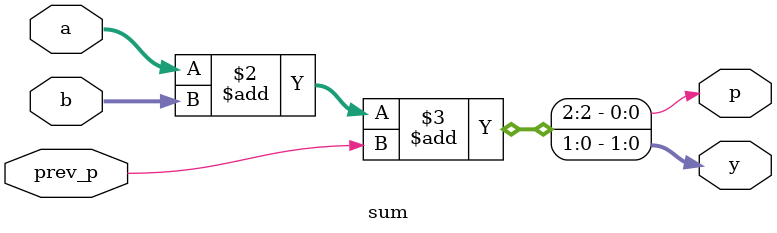
<source format=v>
`timescale 1ns / 1ps

module sum(
    input [1:0] a,
    input [1:0] b,
    input prev_p,
    
    output reg [1:0] y,
    output reg p
);

always @(a, b, prev_p) 
    {p, y} = a + b + prev_p;
 
endmodule

</source>
